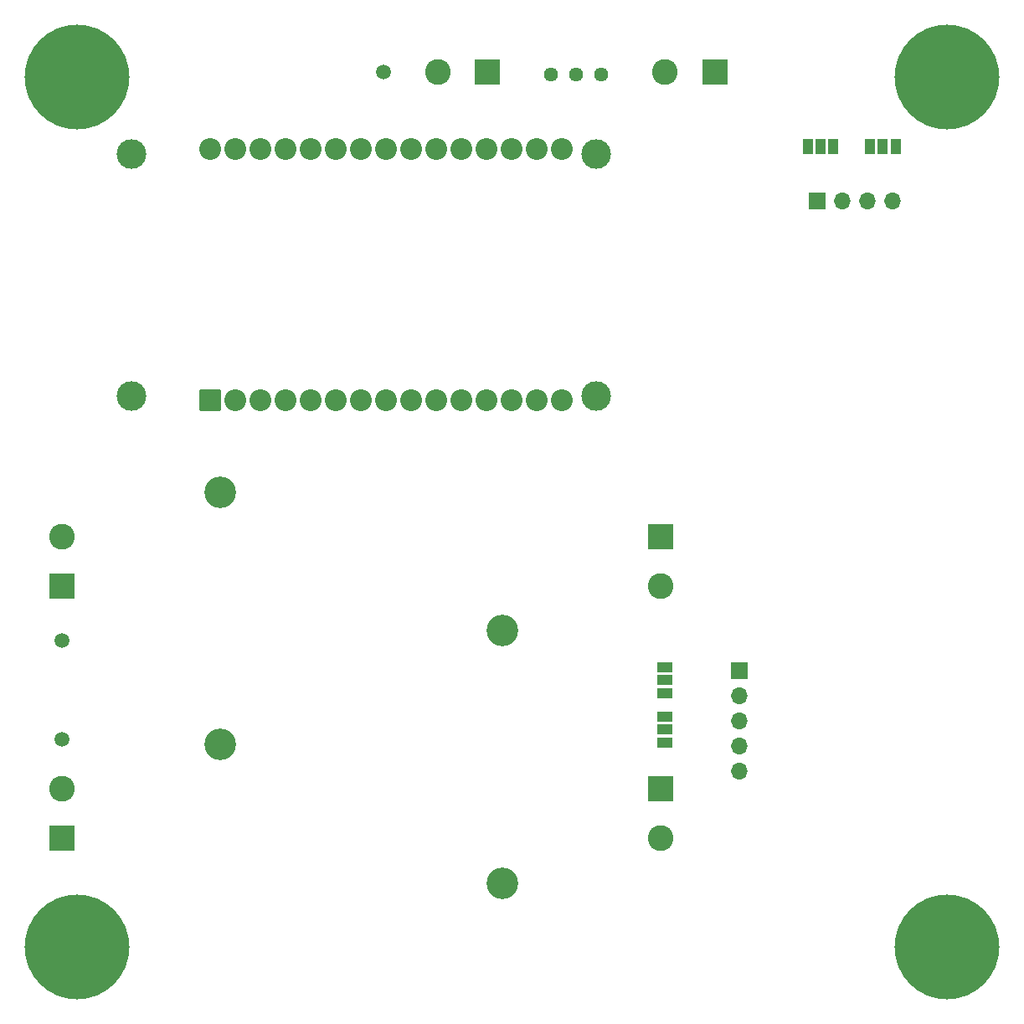
<source format=gbr>
%TF.GenerationSoftware,KiCad,Pcbnew,8.0.7*%
%TF.CreationDate,2025-03-24T14:38:58+07:00*%
%TF.ProjectId,esp32_getstok_testing,65737033-325f-4676-9574-73746f6b5f74,rev?*%
%TF.SameCoordinates,Original*%
%TF.FileFunction,Soldermask,Top*%
%TF.FilePolarity,Negative*%
%FSLAX46Y46*%
G04 Gerber Fmt 4.6, Leading zero omitted, Abs format (unit mm)*
G04 Created by KiCad (PCBNEW 8.0.7) date 2025-03-24 14:38:58*
%MOMM*%
%LPD*%
G01*
G04 APERTURE LIST*
G04 Aperture macros list*
%AMRoundRect*
0 Rectangle with rounded corners*
0 $1 Rounding radius*
0 $2 $3 $4 $5 $6 $7 $8 $9 X,Y pos of 4 corners*
0 Add a 4 corners polygon primitive as box body*
4,1,4,$2,$3,$4,$5,$6,$7,$8,$9,$2,$3,0*
0 Add four circle primitives for the rounded corners*
1,1,$1+$1,$2,$3*
1,1,$1+$1,$4,$5*
1,1,$1+$1,$6,$7*
1,1,$1+$1,$8,$9*
0 Add four rect primitives between the rounded corners*
20,1,$1+$1,$2,$3,$4,$5,0*
20,1,$1+$1,$4,$5,$6,$7,0*
20,1,$1+$1,$6,$7,$8,$9,0*
20,1,$1+$1,$8,$9,$2,$3,0*%
G04 Aperture macros list end*
%ADD10R,2.600000X2.600000*%
%ADD11C,2.600000*%
%ADD12C,10.600000*%
%ADD13C,3.000000*%
%ADD14RoundRect,0.102000X1.000000X-1.000000X1.000000X1.000000X-1.000000X1.000000X-1.000000X-1.000000X0*%
%ADD15C,2.204000*%
%ADD16C,1.500000*%
%ADD17C,3.200000*%
%ADD18R,1.700000X1.700000*%
%ADD19O,1.700000X1.700000*%
%ADD20R,1.000000X1.500000*%
%ADD21C,1.440000*%
%ADD22R,1.500000X1.000000*%
G04 APERTURE END LIST*
D10*
%TO.C,J1*%
X235500000Y-55500000D03*
D11*
X230500000Y-55500000D03*
%TD*%
D12*
%TO.C,H7*%
X259000000Y-144000000D03*
%TD*%
%TO.C,H8*%
X171000000Y-144000000D03*
%TD*%
D10*
%TO.C,J6*%
X169500000Y-133000000D03*
D11*
X169500000Y-128000000D03*
%TD*%
D10*
%TO.C,J9*%
X169500000Y-107500000D03*
D11*
X169500000Y-102500000D03*
%TD*%
D10*
%TO.C,J8*%
X230000000Y-102500000D03*
D11*
X230000000Y-107500000D03*
%TD*%
D13*
%TO.C,U1*%
X176525000Y-88280000D03*
X223475000Y-88280000D03*
X176525000Y-63770000D03*
X223475000Y-63770000D03*
D14*
X184485000Y-88700000D03*
D15*
X187025000Y-88700000D03*
X189565000Y-88700000D03*
X192105000Y-88700000D03*
X194645000Y-88700000D03*
X197185000Y-88700000D03*
X199725000Y-88700000D03*
X202265000Y-88700000D03*
X204805000Y-88700000D03*
X207345000Y-88700000D03*
X209885000Y-88700000D03*
X212425000Y-88700000D03*
X214965000Y-88700000D03*
X217505000Y-88700000D03*
X220045000Y-88700000D03*
X220045000Y-63300000D03*
X217505000Y-63300000D03*
X214965000Y-63300000D03*
X212425000Y-63300000D03*
X209885000Y-63300000D03*
X207345000Y-63300000D03*
X204805000Y-63300000D03*
X202265000Y-63300000D03*
X199725000Y-63300000D03*
X197185000Y-63300000D03*
X194645000Y-63300000D03*
X192105000Y-63300000D03*
X189565000Y-63300000D03*
X187025000Y-63300000D03*
X184485000Y-63300000D03*
%TD*%
D16*
%TO.C,TP3*%
X169500000Y-123000000D03*
%TD*%
D10*
%TO.C,J4*%
X230000000Y-128000000D03*
D11*
X230000000Y-133000000D03*
%TD*%
D17*
%TO.C,H1*%
X185500000Y-123500000D03*
%TD*%
D18*
%TO.C,J7*%
X245880000Y-68500000D03*
D19*
X248420000Y-68500000D03*
X250960000Y-68500000D03*
X253500000Y-68500000D03*
%TD*%
D17*
%TO.C,H2*%
X214000000Y-137500000D03*
%TD*%
D20*
%TO.C,JP4*%
X251200000Y-63000000D03*
X252500000Y-63000000D03*
X253800000Y-63000000D03*
%TD*%
D17*
%TO.C,H4*%
X214000000Y-112000000D03*
%TD*%
D21*
%TO.C,RV1*%
X224000000Y-55725000D03*
X221460000Y-55725000D03*
X218920000Y-55725000D03*
%TD*%
D10*
%TO.C,J2*%
X212500000Y-55500000D03*
D11*
X207500000Y-55500000D03*
%TD*%
D20*
%TO.C,JP3*%
X244900000Y-63000000D03*
X246200000Y-63000000D03*
X247500000Y-63000000D03*
%TD*%
D16*
%TO.C,TP2*%
X169500000Y-113000000D03*
%TD*%
%TO.C,TP1*%
X202000000Y-55500000D03*
%TD*%
D18*
%TO.C,J10*%
X238000000Y-116000000D03*
D19*
X238000000Y-118540000D03*
X238000000Y-121080000D03*
X238000000Y-123620000D03*
X238000000Y-126160000D03*
%TD*%
D12*
%TO.C,H5*%
X171000000Y-56000000D03*
%TD*%
D22*
%TO.C,JP2*%
X230500000Y-123300000D03*
X230500000Y-122000000D03*
X230500000Y-120700000D03*
%TD*%
D12*
%TO.C,H6*%
X259000000Y-56000000D03*
%TD*%
D22*
%TO.C,JP1*%
X230500000Y-118300000D03*
X230500000Y-117000000D03*
X230500000Y-115700000D03*
%TD*%
D17*
%TO.C,H3*%
X185500000Y-98000000D03*
%TD*%
M02*

</source>
